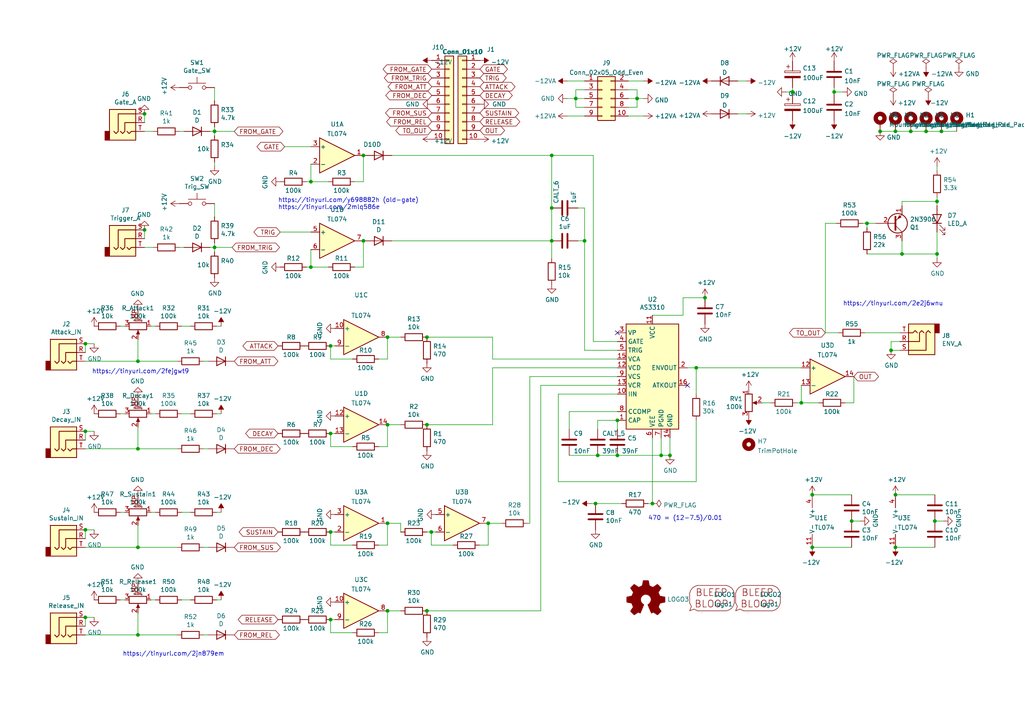
<source format=kicad_sch>
(kicad_sch (version 20211123) (generator eeschema)
  (paper "A4")
  (title_block (title "Envelope Generator AS3310") (date "2023-01-10") (rev "1.1") (company "RobotDialogs"))
  (junction (at 184.785 28.575))
  (junction (at 191.77 132.08))
  (junction (at 24.765 153.67))
  (junction (at 123.825 97.79))
  (junction (at 160.02 45.085))
  (junction (at 271.78 58.42))
  (junction (at 95.885 154.305))
  (junction (at 189.23 146.05))
  (junction (at 62.23 38.1))
  (junction (at 264.16 38.1))
  (junction (at 95.885 100.33))
  (junction (at 112.395 97.79))
  (junction (at 261.62 73.66))
  (junction (at 259.715 158.75))
  (junction (at 95.885 179.705))
  (junction (at 24.765 125.095))
  (junction (at 24.765 179.07))
  (junction (at 112.395 151.765))
  (junction (at 160.02 69.85))
  (junction (at 40.005 158.75))
  (junction (at 123.825 177.165))
  (junction (at 259.715 38.1))
  (junction (at 169.545 69.85))
  (junction (at 160.02 60.325))
  (junction (at 235.585 158.75))
  (junction (at 141.605 151.765))
  (junction (at 41.91 66.675))
  (junction (at 201.93 106.68))
  (junction (at 105.41 69.85))
  (junction (at 247.015 151.13))
  (junction (at 167.005 28.575))
  (junction (at 194.31 132.08))
  (junction (at 271.78 73.66))
  (junction (at 273.05 38.1))
  (junction (at 24.765 99.695))
  (junction (at 90.17 77.47))
  (junction (at 251.46 64.77))
  (junction (at 173.355 132.08))
  (junction (at 241.935 26.67))
  (junction (at 179.07 121.92))
  (junction (at 90.17 52.705))
  (junction (at 62.23 71.755))
  (junction (at 95.885 125.73))
  (junction (at 41.91 33.02))
  (junction (at 271.145 151.13))
  (junction (at 179.07 132.08))
  (junction (at 229.87 26.67))
  (junction (at 268.605 38.1))
  (junction (at 40.005 104.775))
  (junction (at 232.41 116.84))
  (junction (at 259.715 143.51))
  (junction (at 105.41 45.085))
  (junction (at 123.825 123.19))
  (junction (at 112.395 177.165))
  (junction (at 125.095 154.305))
  (junction (at 258.445 101.6))
  (junction (at 112.395 123.19))
  (junction (at 172.72 146.05))
  (junction (at 40.005 130.175))
  (junction (at 204.47 86.36))
  (junction (at 255.27 38.1))
  (junction (at 235.585 143.51))
  (junction (at 40.005 184.15))
  (no_connect (at 179.07 96.52))
  (no_connect (at 199.39 111.76))
  (wire (pts (xy 40.005 152.4) (xy 40.005 158.75)))
  (wire (pts (xy 160.02 45.085) (xy 172.085 45.085)))
  (wire (pts (xy 167.64 69.85) (xy 169.545 69.85)))
  (wire (pts (xy 112.395 129.54) (xy 109.855 129.54)))
  (wire (pts (xy 271.78 58.42) (xy 271.78 59.69)))
  (wire (pts (xy 213.995 23.495) (xy 216.535 23.495)))
  (wire (pts (xy 220.98 116.84) (xy 223.52 116.84)))
  (wire (pts (xy 62.23 71.755) (xy 62.23 73.025)))
  (wire (pts (xy 161.925 139.7) (xy 161.925 114.3)))
  (wire (pts (xy 24.765 184.15) (xy 40.005 184.15)))
  (wire (pts (xy 156.845 111.76) (xy 179.07 111.76)))
  (wire (pts (xy 161.925 114.3) (xy 179.07 114.3)))
  (wire (pts (xy 271.78 58.42) (xy 261.62 58.42)))
  (wire (pts (xy 112.395 151.765) (xy 116.205 151.765)))
  (wire (pts (xy 179.07 106.68) (xy 142.875 106.68)))
  (wire (pts (xy 27.305 125.095) (xy 24.765 125.095)))
  (wire (pts (xy 112.395 151.765) (xy 112.395 158.115)))
  (wire (pts (xy 250.19 64.77) (xy 251.46 64.77)))
  (wire (pts (xy 229.87 26.67) (xy 229.87 27.305)))
  (wire (pts (xy 227.965 26.67) (xy 229.87 26.67)))
  (wire (pts (xy 102.87 77.47) (xy 105.41 77.47)))
  (wire (pts (xy 112.395 123.19) (xy 112.395 129.54)))
  (wire (pts (xy 95.885 154.305) (xy 97.155 154.305)))
  (wire (pts (xy 261.62 73.66) (xy 271.78 73.66)))
  (wire (pts (xy 125.095 154.305) (xy 126.365 154.305)))
  (wire (pts (xy 123.825 123.19) (xy 142.875 123.19)))
  (wire (pts (xy 116.205 151.765) (xy 116.205 154.305)))
  (wire (pts (xy 189.23 127) (xy 189.23 146.05)))
  (wire (pts (xy 259.715 38.1) (xy 264.16 38.1)))
  (wire (pts (xy 191.77 132.08) (xy 194.31 132.08)))
  (wire (pts (xy 95.885 179.705) (xy 97.155 179.705)))
  (wire (pts (xy 52.705 148.59) (xy 55.245 148.59)))
  (wire (pts (xy 59.055 130.175) (xy 60.325 130.175)))
  (wire (pts (xy 105.41 45.085) (xy 106.045 45.085)))
  (wire (pts (xy 156.845 177.165) (xy 156.845 111.76)))
  (wire (pts (xy 27.305 179.07) (xy 24.765 179.07)))
  (wire (pts (xy 251.46 66.04) (xy 251.46 64.77)))
  (wire (pts (xy 204.47 87.63) (xy 204.47 86.36)))
  (wire (pts (xy 232.41 116.84) (xy 231.14 116.84)))
  (wire (pts (xy 24.765 102.235) (xy 24.765 99.695)))
  (wire (pts (xy 90.17 77.47) (xy 88.9 77.47)))
  (wire (pts (xy 167.005 26.035) (xy 167.005 28.575)))
  (wire (pts (xy 82.55 42.545) (xy 90.17 42.545)))
  (wire (pts (xy 169.545 26.035) (xy 167.005 26.035)))
  (wire (pts (xy 259.715 158.75) (xy 271.145 158.75)))
  (wire (pts (xy 141.605 158.115) (xy 139.065 158.115)))
  (wire (pts (xy 184.785 28.575) (xy 184.785 31.115)))
  (wire (pts (xy 40.005 184.15) (xy 51.435 184.15)))
  (wire (pts (xy 198.12 86.36) (xy 198.12 91.44)))
  (wire (pts (xy 105.41 69.85) (xy 106.045 69.85)))
  (wire (pts (xy 102.235 183.515) (xy 95.885 183.515)))
  (wire (pts (xy 258.445 101.6) (xy 258.445 99.06)))
  (wire (pts (xy 43.815 94.615) (xy 45.085 94.615)))
  (wire (pts (xy 113.665 45.085) (xy 160.02 45.085)))
  (wire (pts (xy 112.395 183.515) (xy 109.855 183.515)))
  (wire (pts (xy 24.765 181.61) (xy 24.765 179.07)))
  (wire (pts (xy 241.935 26.67) (xy 244.475 26.67)))
  (wire (pts (xy 95.885 100.33) (xy 97.155 100.33)))
  (wire (pts (xy 24.765 158.75) (xy 40.005 158.75)))
  (wire (pts (xy 179.07 99.06) (xy 172.085 99.06)))
  (wire (pts (xy 271.78 67.31) (xy 271.78 73.66)))
  (wire (pts (xy 24.765 130.175) (xy 40.005 130.175)))
  (wire (pts (xy 62.23 38.1) (xy 62.23 39.37)))
  (wire (pts (xy 172.72 146.05) (xy 180.34 146.05)))
  (wire (pts (xy 52.07 38.1) (xy 53.34 38.1)))
  (wire (pts (xy 113.665 69.85) (xy 160.02 69.85)))
  (wire (pts (xy 172.085 99.06) (xy 172.085 45.085)))
  (wire (pts (xy 112.395 177.165) (xy 112.395 183.515)))
  (wire (pts (xy 167.64 60.325) (xy 169.545 60.325)))
  (wire (pts (xy 90.17 52.705) (xy 88.9 52.705)))
  (wire (pts (xy 271.78 57.15) (xy 271.78 58.42)))
  (wire (pts (xy 165.1 119.38) (xy 179.07 119.38)))
  (wire (pts (xy 102.87 52.705) (xy 105.41 52.705)))
  (wire (pts (xy 40.005 177.8) (xy 40.005 184.15)))
  (wire (pts (xy 95.885 158.115) (xy 95.885 154.305)))
  (wire (pts (xy 164.465 23.495) (xy 169.545 23.495)))
  (wire (pts (xy 52.705 173.99) (xy 55.245 173.99)))
  (wire (pts (xy 59.055 184.15) (xy 60.325 184.15)))
  (wire (pts (xy 90.17 52.705) (xy 95.25 52.705)))
  (wire (pts (xy 112.395 123.19) (xy 116.205 123.19)))
  (wire (pts (xy 52.705 120.015) (xy 55.245 120.015)))
  (wire (pts (xy 43.815 173.99) (xy 45.085 173.99)))
  (wire (pts (xy 179.07 132.08) (xy 191.77 132.08)))
  (wire (pts (xy 247.65 109.22) (xy 247.65 116.84)))
  (wire (pts (xy 59.055 158.75) (xy 60.325 158.75)))
  (wire (pts (xy 64.135 94.615) (xy 62.865 94.615)))
  (wire (pts (xy 167.005 28.575) (xy 169.545 28.575)))
  (wire (pts (xy 40.005 123.825) (xy 40.005 130.175)))
  (wire (pts (xy 153.67 109.22) (xy 153.67 151.765)))
  (wire (pts (xy 34.925 120.015) (xy 36.195 120.015)))
  (wire (pts (xy 52.705 94.615) (xy 55.245 94.615)))
  (wire (pts (xy 64.135 120.015) (xy 62.865 120.015)))
  (wire (pts (xy 112.395 177.165) (xy 116.205 177.165)))
  (wire (pts (xy 95.885 183.515) (xy 95.885 179.705)))
  (wire (pts (xy 271.145 151.13) (xy 273.685 151.13)))
  (wire (pts (xy 142.875 97.79) (xy 142.875 104.14)))
  (wire (pts (xy 43.815 148.59) (xy 45.085 148.59)))
  (wire (pts (xy 255.27 38.1) (xy 259.715 38.1)))
  (wire (pts (xy 173.355 121.92) (xy 179.07 121.92)))
  (wire (pts (xy 182.245 23.495) (xy 186.69 23.495)))
  (wire (pts (xy 41.91 35.56) (xy 41.91 33.02)))
  (wire (pts (xy 64.135 148.59) (xy 62.865 148.59)))
  (wire (pts (xy 40.005 104.775) (xy 51.435 104.775)))
  (wire (pts (xy 173.355 132.08) (xy 179.07 132.08)))
  (wire (pts (xy 182.245 26.035) (xy 184.785 26.035)))
  (wire (pts (xy 167.005 28.575) (xy 167.005 31.115)))
  (wire (pts (xy 62.23 71.755) (xy 67.31 71.755)))
  (wire (pts (xy 141.605 151.765) (xy 141.605 158.115)))
  (wire (pts (xy 173.355 124.46) (xy 173.355 121.92)))
  (wire (pts (xy 59.055 104.775) (xy 60.325 104.775)))
  (wire (pts (xy 241.935 26.67) (xy 241.935 27.305)))
  (wire (pts (xy 184.785 28.575) (xy 186.69 28.575)))
  (wire (pts (xy 112.395 97.79) (xy 116.205 97.79)))
  (wire (pts (xy 62.23 38.1) (xy 67.945 38.1)))
  (wire (pts (xy 199.39 106.68) (xy 201.93 106.68)))
  (wire (pts (xy 41.91 38.1) (xy 44.45 38.1)))
  (wire (pts (xy 102.235 158.115) (xy 95.885 158.115)))
  (wire (pts (xy 43.815 120.015) (xy 45.085 120.015)))
  (wire (pts (xy 112.395 104.14) (xy 109.855 104.14)))
  (wire (pts (xy 40.005 130.175) (xy 51.435 130.175)))
  (wire (pts (xy 95.885 129.54) (xy 95.885 125.73)))
  (wire (pts (xy 34.925 173.99) (xy 36.195 173.99)))
  (wire (pts (xy 184.785 26.035) (xy 184.785 28.575)))
  (wire (pts (xy 239.395 96.52) (xy 243.205 96.52)))
  (wire (pts (xy 40.005 98.425) (xy 40.005 104.775)))
  (wire (pts (xy 261.62 69.85) (xy 261.62 73.66)))
  (wire (pts (xy 81.28 67.31) (xy 90.17 67.31)))
  (wire (pts (xy 213.995 33.02) (xy 216.535 33.02)))
  (wire (pts (xy 184.785 31.115) (xy 182.245 31.115)))
  (wire (pts (xy 105.41 52.705) (xy 105.41 45.085)))
  (wire (pts (xy 24.765 127.635) (xy 24.765 125.095)))
  (wire (pts (xy 90.17 77.47) (xy 95.25 77.47)))
  (wire (pts (xy 169.545 101.6) (xy 179.07 101.6)))
  (wire (pts (xy 271.78 73.66) (xy 271.78 74.93)))
  (wire (pts (xy 123.825 177.165) (xy 156.845 177.165)))
  (wire (pts (xy 60.96 38.1) (xy 62.23 38.1)))
  (wire (pts (xy 264.16 38.1) (xy 268.605 38.1)))
  (wire (pts (xy 169.545 69.85) (xy 169.545 101.6)))
  (wire (pts (xy 142.875 104.14) (xy 179.07 104.14)))
  (wire (pts (xy 201.93 106.68) (xy 201.93 114.3)))
  (wire (pts (xy 271.78 48.26) (xy 271.78 49.53)))
  (wire (pts (xy 201.93 139.7) (xy 161.925 139.7)))
  (wire (pts (xy 62.23 46.99) (xy 62.23 48.26)))
  (wire (pts (xy 241.935 25.4) (xy 241.935 26.67)))
  (wire (pts (xy 261.62 58.42) (xy 261.62 59.69)))
  (wire (pts (xy 102.235 129.54) (xy 95.885 129.54)))
  (wire (pts (xy 167.005 31.115) (xy 169.545 31.115)))
  (wire (pts (xy 90.17 72.39) (xy 90.17 77.47)))
  (wire (pts (xy 62.23 70.485) (xy 62.23 71.755)))
  (wire (pts (xy 251.46 64.77) (xy 254 64.77)))
  (wire (pts (xy 189.23 91.44) (xy 198.12 91.44)))
  (wire (pts (xy 160.02 45.085) (xy 160.02 60.325)))
  (wire (pts (xy 247.015 151.13) (xy 249.555 151.13)))
  (wire (pts (xy 95.885 125.73) (xy 97.155 125.73)))
  (wire (pts (xy 62.23 25.4) (xy 62.23 29.21)))
  (wire (pts (xy 123.825 97.79) (xy 142.875 97.79)))
  (wire (pts (xy 259.715 143.51) (xy 271.145 143.51)))
  (wire (pts (xy 160.02 69.85) (xy 160.02 74.93)))
  (wire (pts (xy 141.605 151.765) (xy 145.415 151.765)))
  (wire (pts (xy 232.41 111.76) (xy 232.41 116.84)))
  (wire (pts (xy 34.925 94.615) (xy 36.195 94.615)))
  (wire (pts (xy 102.235 104.14) (xy 95.885 104.14)))
  (wire (pts (xy 52.07 71.755) (xy 53.34 71.755)))
  (wire (pts (xy 34.925 148.59) (xy 36.195 148.59)))
  (wire (pts (xy 153.035 151.765) (xy 153.67 151.765)))
  (wire (pts (xy 125.095 158.115) (xy 125.095 154.305)))
  (wire (pts (xy 245.11 116.84) (xy 247.65 116.84)))
  (wire (pts (xy 191.77 127) (xy 191.77 132.08)))
  (wire (pts (xy 268.605 38.1) (xy 273.05 38.1)))
  (wire (pts (xy 182.245 33.655) (xy 186.69 33.655)))
  (wire (pts (xy 64.135 173.99) (xy 62.865 173.99)))
  (wire (pts (xy 62.23 36.83) (xy 62.23 38.1)))
  (wire (pts (xy 171.45 146.05) (xy 172.72 146.05)))
  (wire (pts (xy 41.91 69.215) (xy 41.91 66.675)))
  (wire (pts (xy 160.02 60.325) (xy 160.02 69.85)))
  (wire (pts (xy 24.765 104.775) (xy 40.005 104.775)))
  (wire (pts (xy 62.23 59.055) (xy 62.23 62.865)))
  (wire (pts (xy 169.545 60.325) (xy 169.545 69.85)))
  (wire (pts (xy 251.46 73.66) (xy 261.62 73.66)))
  (wire (pts (xy 164.465 28.575) (xy 167.005 28.575)))
  (wire (pts (xy 165.1 132.08) (xy 173.355 132.08)))
  (wire (pts (xy 239.395 64.77) (xy 239.395 96.52)))
  (wire (pts (xy 201.93 121.92) (xy 201.93 139.7)))
  (wire (pts (xy 112.395 158.115) (xy 109.855 158.115)))
  (wire (pts (xy 260.985 101.6) (xy 258.445 101.6)))
  (wire (pts (xy 179.07 121.92) (xy 179.07 124.46)))
  (wire (pts (xy 232.41 116.84) (xy 237.49 116.84)))
  (wire (pts (xy 112.395 97.79) (xy 112.395 104.14)))
  (wire (pts (xy 27.305 153.67) (xy 24.765 153.67)))
  (wire (pts (xy 273.05 38.1) (xy 277.495 38.1)))
  (wire (pts (xy 24.765 156.21) (xy 24.765 153.67)))
  (wire (pts (xy 260.985 96.52) (xy 250.825 96.52)))
  (wire (pts (xy 201.93 106.68) (xy 232.41 106.68)))
  (wire (pts (xy 95.885 104.14) (xy 95.885 100.33)))
  (wire (pts (xy 235.585 158.75) (xy 247.015 158.75)))
  (wire (pts (xy 182.245 28.575) (xy 184.785 28.575)))
  (wire (pts (xy 41.91 71.755) (xy 44.45 71.755)))
  (wire (pts (xy 90.17 47.625) (xy 90.17 52.705)))
  (wire (pts (xy 169.545 33.655) (xy 164.465 33.655)))
  (wire (pts (xy 123.825 154.305) (xy 125.095 154.305)))
  (wire (pts (xy 242.57 64.77) (xy 239.395 64.77)))
  (wire (pts (xy 142.875 106.68) (xy 142.875 123.19)))
  (wire (pts (xy 27.305 99.695) (xy 24.765 99.695)))
  (wire (pts (xy 204.47 86.36) (xy 198.12 86.36)))
  (wire (pts (xy 258.445 99.06) (xy 260.985 99.06)))
  (wire (pts (xy 179.07 109.22) (xy 153.67 109.22)))
  (wire (pts (xy 189.23 146.05) (xy 187.96 146.05)))
  (wire (pts (xy 60.96 71.755) (xy 62.23 71.755)))
  (wire (pts (xy 229.87 25.4) (xy 229.87 26.67)))
  (wire (pts (xy 131.445 158.115) (xy 125.095 158.115)))
  (wire (pts (xy 194.31 127) (xy 194.31 132.08)))
  (wire (pts (xy 165.1 124.46) (xy 165.1 119.38)))
  (wire (pts (xy 40.005 158.75) (xy 51.435 158.75)))
  (wire (pts (xy 235.585 143.51) (xy 247.015 143.51)))
  (wire (pts (xy 105.41 77.47) (xy 105.41 69.85)))
  (text "https://tinyurl.com/y698882h (old-gate)\nhttps://tinyurl.com/2mlq586e" (at 80.645 60.96 0) (effects (font (size 1.27 1.27)) (justify left bottom)))
  (text "470 = (12-7.5)/0.01" (at 187.96 151.13 0) (effects (font (size 1.27 1.27)) (justify left bottom)))
  (text "https://tinyurl.com/2fejgwt9" (at 26.67 108.585 0) (effects (font (size 1.27 1.27)) (justify left bottom)))
  (text "https://tinyurl.com/2jn879em" (at 35.56 190.5 0) (effects (font (size 1.27 1.27)) (justify left bottom)))
  (text "https://tinyurl.com/2e2j6wnu" (at 244.475 88.9 0) (effects (font (size 1.27 1.27)) (justify left bottom)))
  (global_label "SUSTAIN" (shape bidirectional) (at 139.192 32.766 0) (property "Intersheet References" "${INTERSHEET_REFS}" (effects hide)))
  (global_label "TO_OUT" (shape bidirectional) (at 239.395 96.52 180) (property "Intersheet References" "${INTERSHEET_REFS}" (effects hide)))
  (global_label "ATTACK" (shape bidirectional) (at 80.645 100.33 180) (property "Intersheet References" "${INTERSHEET_REFS}" (effects hide)))
  (global_label "SUSTAIN" (shape bidirectional) (at 80.645 154.305 180) (property "Intersheet References" "${INTERSHEET_REFS}" (effects hide)))
  (global_label "TRIG" (shape bidirectional) (at 81.28 67.31 180) (property "Intersheet References" "${INTERSHEET_REFS}" (effects hide)))
  (global_label "OUT" (shape bidirectional) (at 139.192 37.846 0) (property "Intersheet References" "${INTERSHEET_REFS}" (effects hide)))
  (global_label "DECAY" (shape bidirectional) (at 139.192 27.686 0) (property "Intersheet References" "${INTERSHEET_REFS}" (effects hide)))
  (global_label "FROM_TRIG" (shape bidirectional) (at 67.31 71.755 0) (property "Intersheet References" "${INTERSHEET_REFS}" (effects hide)))
  (global_label "GATE" (shape bidirectional) (at 139.192 20.066 0) (property "Intersheet References" "${INTERSHEET_REFS}" (effects hide)))
  (global_label "RELEASE" (shape bidirectional) (at 139.192 35.306 0) (property "Intersheet References" "${INTERSHEET_REFS}" (effects hide)))
  (global_label "RELEASE" (shape bidirectional) (at 80.645 179.705 180) (property "Intersheet References" "${INTERSHEET_REFS}" (effects hide)))
  (global_label "ATTACK" (shape bidirectional) (at 139.192 25.146 0) (property "Intersheet References" "${INTERSHEET_REFS}" (effects hide)))
  (global_label "TRIG" (shape bidirectional) (at 139.192 22.606 0) (property "Intersheet References" "${INTERSHEET_REFS}" (effects hide)))
  (global_label "FROM_GATE" (shape bidirectional) (at 67.945 38.1 0) (property "Intersheet References" "${INTERSHEET_REFS}" (effects hide)))
  (global_label "FROM_DEC" (shape bidirectional) (at 67.945 130.175 0) (property "Intersheet References" "${INTERSHEET_REFS}" (effects hide)))
  (global_label "GATE" (shape bidirectional) (at 82.55 42.545 180) (property "Intersheet References" "${INTERSHEET_REFS}" (effects hide)))
  (global_label "FROM_TRIG" (shape bidirectional) (at 125.222 22.606 180) (property "Intersheet References" "${INTERSHEET_REFS}" (effects hide)))
  (global_label "FROM_DEC" (shape bidirectional) (at 125.222 27.686 180) (property "Intersheet References" "${INTERSHEET_REFS}" (effects hide)))
  (global_label "TO_OUT" (shape bidirectional) (at 125.222 37.846 180) (property "Intersheet References" "${INTERSHEET_REFS}" (effects hide)))
  (global_label "FROM_ATT" (shape bidirectional) (at 125.222 25.146 180) (property "Intersheet References" "${INTERSHEET_REFS}" (effects hide)))
  (global_label "FROM_REL" (shape bidirectional) (at 125.222 35.306 180) (property "Intersheet References" "${INTERSHEET_REFS}" (effects hide)))
  (global_label "FROM_SUS" (shape bidirectional) (at 125.222 32.766 180) (property "Intersheet References" "${INTERSHEET_REFS}" (effects hide)))
  (global_label "FROM_GATE" (shape bidirectional) (at 125.222 20.066 180) (property "Intersheet References" "${INTERSHEET_REFS}" (effects hide)))
  (global_label "FROM_REL" (shape bidirectional) (at 67.945 184.15 0) (property "Intersheet References" "${INTERSHEET_REFS}" (effects hide)))
  (global_label "DECAY" (shape bidirectional) (at 80.645 125.73 180) (property "Intersheet References" "${INTERSHEET_REFS}" (effects hide)))
  (global_label "OUT" (shape bidirectional) (at 247.65 109.22 0) (property "Intersheet References" "${INTERSHEET_REFS}" (effects hide)))
  (global_label "FROM_ATT" (shape bidirectional) (at 67.945 104.775 0) (property "Intersheet References" "${INTERSHEET_REFS}" (effects hide)))
  (global_label "FROM_SUS" (shape bidirectional) (at 67.945 158.75 0) (property "Intersheet References" "${INTERSHEET_REFS}" (effects hide)))
  (symbol (lib_id "Transistor_BJT:2N3906") (at 259.08 64.77 0) (mirror x) (unit 1)
    (property "Reference" "Q1" (at 263.906 65.9384 0) (effects (justify left)))
    (property "Value" "2N3906" (at 263.906 63.627 0) (effects (justify left)))
    (property "Footprint" "Package_TO_SOT_THT:TO-92_Inline_Wide" (effects hide))
    (property "Datasheet" "https://www.onsemi.com/pub/Collateral/2N3906-D.PDF" (effects hide))
  )
  (symbol (lib_id "Device:D") (at 109.855 69.85 180) (unit 1)
    (property "Reference" "D11" (at 109.855 64.3382 0))
    (property "Value" "D" (at 109.855 66.6496 0))
    (property "Footprint" "Diode_THT:D_DO-34_SOD68_P7.62mm_Horizontal" (effects hide))
  )
  (symbol (lib_id "Device:R") (at 120.015 123.19 270) (unit 1)
    (property "Reference" "R2" (at 120.015 117.9322 90))
    (property "Value" "10k" (at 120.015 120.2436 90))
    (property "Footprint" "Resistor_SMD:R_1206_3216Metric_Pad1.30x1.75mm_HandSolder" (effects hide))
  )
  (symbol (lib_id "Device:R") (at 48.895 173.99 90) (unit 1)
    (property "Reference" "R50" (at 48.895 168.7322 90))
    (property "Value" "100k" (at 48.895 171.0436 90))
    (property "Footprint" "Resistor_SMD:R_1206_3216Metric_Pad1.30x1.75mm_HandSolder" (effects hide))
  )
  (symbol (lib_id "Device:D") (at 210.185 23.495 0) (unit 1)
    (property "Reference" "D8" (at 210.185 18.2585 0))
    (property "Value" "D" (at 210.185 21.0336 0))
    (property "Footprint" "Diode_THT:D_DO-41_SOD81_P10.16mm_Horizontal" (effects hide))
  )
  (symbol (lib_id "Device:D") (at 64.135 130.175 180) (unit 1)
    (property "Reference" "D4" (at 64.135 124.6632 0))
    (property "Value" "D" (at 64.135 126.9746 0))
    (property "Footprint" "Diode_THT:D_DO-34_SOD68_P7.62mm_Horizontal" (effects hide))
  )
  (symbol (lib_id "power:+12V") (at 52.07 25.4 90) (unit 1)
    (property "Reference" "#PWR01" (effects hide))
    (property "Value" "+12V" (at 47.6758 25.019 0))
  )
  (symbol (lib_id "Device:C_Polarized") (at 229.87 21.59 0) (unit 1)
    (property "Reference" "C13" (at 232.791 19.7925 0) (effects (justify left)))
    (property "Value" "100uF" (at 232.791 22.5676 0) (effects (justify left)))
    (property "Footprint" "Capacitor_THT:CP_Radial_D5.0mm_P2.50mm" (effects hide))
  )
  (symbol (lib_id "Device:R") (at 149.225 151.765 90) (unit 1)
    (property "Reference" "R28" (at 149.225 146.5072 90))
    (property "Value" "10k" (at 149.225 148.8186 90))
    (property "Footprint" "Resistor_SMD:R_1206_3216Metric_Pad1.30x1.75mm_HandSolder" (effects hide))
  )
  (symbol (lib_id "power:GND") (at 160.02 82.55 0) (unit 1)
    (property "Reference" "#PWR029" (effects hide))
    (property "Value" "GND" (at 160.147 86.9442 0))
  )
  (symbol (lib_id "Amplifier_Operational:TL074") (at 104.775 177.165 0) (unit 3)
    (property "Reference" "U3" (at 104.775 168.1185 0))
    (property "Value" "TL074" (at 104.775 170.8936 0))
    (property "Footprint" "Package_DIP:DIP-14_W7.62mm_Socket_LongPads" (effects hide))
    (property "Datasheet" "http://www.ti.com/lit/ds/symlink/tl071.pdf" (effects hide))
  )
  (symbol (lib_id "power:+12V") (at 259.715 143.51 0) (unit 1)
    (property "Reference" "#PWR048" (effects hide))
    (property "Value" "+12V" (at 260.096 139.1158 0))
  )
  (symbol (lib_id "Device:R") (at 251.46 69.85 0) (unit 1)
    (property "Reference" "R56" (at 253.238 68.6816 0) (effects (justify left)))
    (property "Value" "22k" (at 253.238 70.993 0) (effects (justify left)))
    (property "Footprint" "Resistor_SMD:R_1206_3216Metric_Pad1.30x1.75mm_HandSolder" (effects hide))
  )
  (symbol (lib_id "power:+12VA") (at 164.465 33.655 90) (unit 1)
    (property "Reference" "#PWR010" (effects hide))
    (property "Value" "+12VA" (at 154.94 33.655 90) (effects (justify right)))
  )
  (symbol (lib_id "power:+12V") (at 27.305 148.59 0) (unit 1)
    (property "Reference" "#PWR049" (effects hide))
    (property "Value" "+12V" (at 27.686 144.1958 0))
  )
  (symbol (lib_id "power:GND") (at 97.155 149.225 270) (unit 1)
    (property "Reference" "#PWR053" (effects hide))
    (property "Value" "GND" (at 92.7608 149.352 0))
  )
  (symbol (lib_id "power:GND") (at 40.005 168.91 180) (unit 1)
    (property "Reference" "#PWR0113" (effects hide))
    (property "Value" "GND" (at 39.878 164.5158 0))
  )
  (symbol (lib_id "Device:R") (at 247.015 96.52 270) (unit 1)
    (property "Reference" "R55" (at 247.015 93.98 90))
    (property "Value" "1k" (at 247.015 99.06 90))
    (property "Footprint" "Resistor_SMD:R_1206_3216Metric_Pad1.30x1.75mm_HandSolder" (effects hide))
  )
  (symbol (lib_id "power:-12VA") (at 268.605 19.685 180) (unit 1)
    (property "Reference" "#PWR08" (effects hide))
    (property "Value" "-12VA" (at 270.002 21.434 0) (effects (justify right)))
  )
  (symbol (lib_id "power:+12V") (at 229.87 17.78 0) (unit 1)
    (property "Reference" "#PWR014" (effects hide))
    (property "Value" "+12V" (at 229.87 14.1755 0))
  )
  (symbol (lib_id "power:+12V") (at 139.192 40.386 270) (unit 1)
    (property "Reference" "#PWR0107" (effects hide))
    (property "Value" "+12V" (at 142.367 40.865 90) (effects (justify left)))
  )
  (symbol (lib_id "Amplifier_Operational:TL074") (at 240.03 109.22 0) (unit 4)
    (property "Reference" "U3" (at 240.03 100.1735 0))
    (property "Value" "TL074" (at 240.03 102.9486 0))
    (property "Footprint" "Package_DIP:DIP-14_W7.62mm_Socket_LongPads" (effects hide))
    (property "Datasheet" "http://www.ti.com/lit/ds/symlink/tl071.pdf" (effects hide))
  )
  (symbol (lib_id "power:+12V") (at 217.17 113.03 0) (unit 1)
    (property "Reference" "#PWR038" (effects hide))
    (property "Value" "+12V" (at 217.551 108.6358 0))
  )
  (symbol (lib_id "Device:C") (at 179.07 128.27 0) (unit 1)
    (property "Reference" "C5" (at 181.991 127.1016 0) (effects (justify left)))
    (property "Value" "39nF" (at 180.34 130.81 0) (effects (justify left)))
    (property "Footprint" "Capacitor_SMD:C_1206_3216Metric_Pad1.33x1.80mm_HandSolder" (effects hide))
  )
  (symbol (lib_id "Connector_Generic:Conn_02x05_Odd_Even") (at 174.625 28.575 0) (unit 1)
    (property "Reference" "J9" (at 175.895 18.2585 0))
    (property "Value" "Conn_02x05_Odd_Even" (at 175.895 21.0336 0))
    (property "Footprint" "Connector_IDC:IDC-Header_2x05_P2.54mm_Vertical" (effects hide))
  )
  (symbol (lib_id "Device:C") (at 241.935 21.59 0) (unit 1)
    (property "Reference" "C1" (at 244.856 20.6815 0) (effects (justify left)))
    (property "Value" "10nF" (at 244.856 23.4566 0) (effects (justify left)))
    (property "Footprint" "Capacitor_SMD:C_1206_3216Metric_Pad1.33x1.80mm_HandSolder" (effects hide))
  )
  (symbol (lib_id "power:GND") (at 249.555 151.13 90) (unit 1)
    (property "Reference" "#PWR055" (effects hide))
    (property "Value" "GND" (at 253.9492 151.003 0))
  )
  (symbol (lib_id "Device:R") (at 227.33 116.84 270) (unit 1)
    (property "Reference" "R21" (at 227.33 114.3 90))
    (property "Value" "100k" (at 227.33 119.38 90))
    (property "Footprint" "Resistor_SMD:R_1206_3216Metric_Pad1.30x1.75mm_HandSolder" (effects hide))
  )
  (symbol (lib_id "My Stuff:Logo_Open_Hardware_Small") (at 187.325 173.99 0) (unit 1)
    (property "Reference" "LOGO3" (at 193.5226 173.834 0) (effects (justify left)))
    (property "Value" "Logo_Open_Hardware_Small" (effects hide))
    (property "Footprint" "Symbol:OSHW-Symbol_6.7x6mm_SilkScreen" (effects hide))
  )
  (symbol (lib_id "Audio:AS3310") (at 189.23 109.22 0) (unit 1)
    (property "Reference" "U2" (at 189.23 86.8426 0))
    (property "Value" "AS3310" (at 189.23 89.154 0))
    (property "Footprint" "Package_DIP:DIP-16_W7.62mm_Socket_LongPads" (effects hide))
    (property "Datasheet" "http://www.alfarzpp.lv/eng/sc/AS3310.pdf" (effects hide))
  )
  (symbol (lib_id "power:-12V") (at 229.87 34.925 180) (unit 1)
    (property "Reference" "#PWR024" (effects hide))
    (property "Value" "-12V" (at 229.87 39.4875 0))
  )
  (symbol (lib_id "Device:R") (at 84.455 179.705 270) (unit 1)
    (property "Reference" "R24" (at 84.455 177.165 90))
    (property "Value" "100k" (at 84.455 182.245 90))
    (property "Footprint" "Resistor_SMD:R_1206_3216Metric_Pad1.30x1.75mm_HandSolder" (effects hide))
  )
  (symbol (lib_id "power:+12V") (at 216.535 33.02 270) (unit 1)
    (property "Reference" "#PWR023" (effects hide))
    (property "Value" "+12V" (at 219.71 33.499 90) (effects (justify left)))
  )
  (symbol (lib_id "power:GND") (at 27.305 179.07 0) (unit 1)
    (property "Reference" "#PWR062" (effects hide))
    (property "Value" "GND" (at 27.432 183.4642 0))
  )
  (symbol (lib_id "Switch:SW_Push") (at 57.15 59.055 0) (unit 1)
    (property "Reference" "SW2" (at 57.15 51.816 0))
    (property "Value" "Trig_SW" (at 57.15 54.1274 0))
    (property "Footprint" "My Stuff:SW_PS1024ALRED" (effects hide))
  )
  (symbol (lib_id "Amplifier_Operational:TL074") (at 97.79 45.085 0) (unit 1)
    (property "Reference" "U1" (at 97.79 36.0385 0))
    (property "Value" "TL074" (at 97.79 38.8136 0))
    (property "Footprint" "Package_DIP:DIP-14_W7.62mm_Socket_LongPads" (effects hide))
    (property "Datasheet" "http://www.ti.com/lit/ds/symlink/tl071.pdf" (effects hide))
  )
  (symbol (lib_id "Device:C") (at 163.83 60.325 90) (unit 1)
    (property "Reference" "CALT_6" (at 161.29 59.055 0) (effects (justify left)))
    (property "Value" "1uF" (at 166.37 59.055 0) (effects (justify left)))
    (property "Footprint" "Capacitor_THT:C_Disc_D5.1mm_W3.2mm_P5.00mm" (effects hide))
  )
  (symbol (lib_id "power:-12VA") (at 164.465 23.495 90) (unit 1)
    (property "Reference" "#PWR02" (effects hide))
    (property "Value" "-12VA" (at 154.94 23.495 90) (effects (justify right)))
  )
  (symbol (lib_id "power:GND") (at 27.305 153.67 0) (unit 1)
    (property "Reference" "#PWR052" (effects hide))
    (property "Value" "GND" (at 27.432 158.0642 0))
  )
  (symbol (lib_id "Connector:AudioJack3") (at 19.685 102.235 0) (unit 1)
    (property "Reference" "J2" (at 19.2278 93.98 0))
    (property "Value" "Attack_IN" (at 19.2278 96.2914 0))
    (property "Footprint" "My Stuff:Jack_3.5mm_MJ-355W_Vertical" (effects hide))
  )
  (symbol (lib_id "power:-12V") (at 269.24 27.94 180) (unit 1)
    (property "Reference" "#PWR013" (effects hide))
    (property "Value" "-12V" (at 272.415 29.845 0))
  )
  (symbol (lib_id "Device:R") (at 62.23 76.835 0) (unit 1)
    (property "Reference" "R40" (at 64.008 75.6666 0) (effects (justify left)))
    (property "Value" "10k" (at 57.15 76.835 0) (effects (justify left)))
    (property "Footprint" "Resistor_SMD:R_1206_3216Metric_Pad1.30x1.75mm_HandSolder" (effects hide))
  )
  (symbol (lib_id "power:GND") (at 41.91 33.02 180) (unit 1)
    (property "Reference" "#PWR06" (effects hide))
    (property "Value" "GND" (at 41.783 28.6258 0))
  )
  (symbol (lib_id "Connector:AudioJack3") (at 19.685 181.61 0) (unit 1)
    (property "Reference" "J5" (at 19.2278 173.355 0))
    (property "Value" "Release_IN" (at 19.2278 175.6664 0))
    (property "Footprint" "My Stuff:Jack_3.5mm_MJ-355W_Vertical" (effects hide))
  )
  (symbol (lib_id "Device:R") (at 241.3 116.84 270) (unit 1)
    (property "Reference" "R22" (at 241.3 114.3 90))
    (property "Value" "100k" (at 241.3 119.38 90))
    (property "Footprint" "Resistor_SMD:R_1206_3216Metric_Pad1.30x1.75mm_HandSolder" (effects hide))
  )
  (symbol (lib_id "Device:C_Polarized") (at 229.87 31.115 0) (unit 1)
    (property "Reference" "C12" (at 232.791 29.3175 0) (effects (justify left)))
    (property "Value" "100uF" (at 232.791 32.0926 0) (effects (justify left)))
    (property "Footprint" "Capacitor_THT:CP_Radial_D5.0mm_P2.50mm" (effects hide))
  )
  (symbol (lib_id "Device:R") (at 99.06 77.47 270) (unit 1)
    (property "Reference" "R11" (at 99.06 74.93 90))
    (property "Value" "100k" (at 99.06 80.01 90))
    (property "Footprint" "Resistor_SMD:R_1206_3216Metric_Pad1.30x1.75mm_HandSolder" (effects hide))
  )
  (symbol (lib_id "Device:R_Potentiometer_MountingPin") (at 40.005 94.615 270) (unit 1)
    (property "Reference" "R_Attack1" (at 40.005 89.3572 90))
    (property "Value" "100k" (at 40.005 91.6686 90))
    (property "Footprint" "My Stuff:Potentiometer_Alpha_RD901F-40-00D_Single_Vertical_w_3d" (effects hide))
  )
  (symbol (lib_id "power:PWR_FLAG") (at 259.08 27.94 0) (unit 1)
    (property "Reference" "#FLG04" (effects hide))
    (property "Value" "PWR_FLAG" (at 259.08 24.3355 0))
  )
  (symbol (lib_id "Device:C") (at 241.935 31.115 0) (unit 1)
    (property "Reference" "C2" (at 244.856 30.2065 0) (effects (justify left)))
    (property "Value" "10nF" (at 244.856 32.9816 0) (effects (justify left)))
    (property "Footprint" "Capacitor_SMD:C_1206_3216Metric_Pad1.33x1.80mm_HandSolder" (effects hide))
  )
  (symbol (lib_id "Device:R") (at 59.055 120.015 90) (unit 1)
    (property "Reference" "R37" (at 59.055 114.7572 90))
    (property "Value" "10k" (at 59.055 117.0686 90))
    (property "Footprint" "Resistor_SMD:R_1206_3216Metric_Pad1.30x1.75mm_HandSolder" (effects hide))
  )
  (symbol (lib_id "Amplifier_Operational:TL074") (at 238.125 151.13 0) (unit 5)
    (property "Reference" "U1" (at 236.22 150.2215 0) (effects (justify left)))
    (property "Value" "TL074" (at 236.22 152.9966 0) (effects (justify left)))
    (property "Footprint" "Package_DIP:DIP-14_W7.62mm_Socket_LongPads" (effects hide))
    (property "Datasheet" "http://www.ti.com/lit/ds/symlink/tl071.pdf" (effects hide))
  )
  (symbol (lib_id "power:-12V") (at 64.135 173.99 0) (unit 1)
    (property "Reference" "#PWR061" (effects hide))
    (property "Value" "-12V" (at 64.516 169.5958 0))
  )
  (symbol (lib_id "Connector_Generic:Conn_01x10") (at 130.302 27.686 0) (unit 1)
    (property "Reference" "J10" (at 125.222 13.716 0) (effects (justify left)))
    (property "Value" "Conn_01x10" (at 128.397 14.986 0) (effects (justify left)))
    (property "Footprint" "Connector_PinHeader_2.54mm:PinHeader_1x10_P2.54mm_Vertical" (effects hide))
  )
  (symbol (lib_id "Device:R") (at 55.245 184.15 90) (unit 1)
    (property "Reference" "R52" (at 55.245 178.8922 90))
    (property "Value" "1k" (at 55.245 181.2036 90))
    (property "Footprint" "Resistor_SMD:R_1206_3216Metric_Pad1.30x1.75mm_HandSolder" (effects hide))
  )
  (symbol (lib_id "Device:C") (at 173.355 128.27 0) (unit 1)
    (property "Reference" "CALT_5" (at 174.625 125.73 0) (effects (justify left)))
    (property "Value" "39nF" (at 174.625 130.81 0) (effects (justify left)))
    (property "Footprint" "Capacitor_THT:C_Disc_D5.1mm_W3.2mm_P5.00mm" (effects hide))
  )
  (symbol (lib_id "power:+12V") (at 52.07 59.055 90) (unit 1)
    (property "Reference" "#PWR021" (effects hide))
    (property "Value" "+12V" (at 47.6758 58.674 0))
  )
  (symbol (lib_id "power:PWR_FLAG") (at 189.23 146.05 270) (unit 1)
    (property "Reference" "#FLG06" (effects hide))
    (property "Value" "PWR_FLAG" (at 192.405 146.529 90) (effects (justify left)))
  )
  (symbol (lib_id "Mechanical:MountingHole_Pad") (at 268.605 35.56 0) (unit 1)
    (property "Reference" "H5" (at 271.145 33.3815 0) (effects (justify left)))
    (property "Value" "MountingHole_Pad" (at 271.145 36.1566 0) (effects (justify left)))
    (property "Footprint" "MountingHole:MountingHole_3.2mm_M3_ISO7380_Pad_TopBottom" (effects hide))
  )
  (symbol (lib_id "Device:R") (at 59.055 173.99 90) (unit 1)
    (property "Reference" "R48" (at 59.055 168.7322 90))
    (property "Value" "10k" (at 59.055 171.0436 90))
    (property "Footprint" "Resistor_SMD:R_1206_3216Metric_Pad1.30x1.75mm_HandSolder" (effects hide))
  )
  (symbol (lib_id "Connector:AudioJack3") (at 266.065 99.06 180) (unit 1)
    (property "Reference" "J8" (at 273.177 97.3582 0) (effects (justify right)))
    (property "Value" "ENV_A" (at 273.177 99.6696 0) (effects (justify right)))
    (property "Footprint" "My Stuff:Jack_3.5mm_MJ-355W_Vertical" (effects hide))
  )
  (symbol (lib_id "Device:R") (at 55.245 104.775 90) (unit 1)
    (property "Reference" "R45" (at 55.245 99.5172 90))
    (property "Value" "1k" (at 55.245 101.8286 90))
    (property "Footprint" "Resistor_SMD:R_1206_3216Metric_Pad1.30x1.75mm_HandSolder" (effects hide))
  )
  (symbol (lib_id "Device:C") (at 204.47 90.17 180) (unit 1)
    (property "Reference" "C7" (at 207.391 89.0016 0) (effects (justify right)))
    (property "Value" "10nF" (at 207.391 91.313 0) (effects (justify right)))
    (property "Footprint" "Capacitor_SMD:C_1206_3216Metric_Pad1.33x1.80mm_HandSolder" (effects hide))
  )
  (symbol (lib_id "Amplifier_Operational:TL074") (at 104.775 151.765 0) (unit 1)
    (property "Reference" "U3" (at 104.775 142.7185 0))
    (property "Value" "TL074" (at 104.775 145.4936 0))
    (property "Footprint" "Package_DIP:DIP-14_W7.62mm_Socket_LongPads" (effects hide))
    (property "Datasheet" "http://www.ti.com/lit/ds/symlink/tl071.pdf" (effects hide))
  )
  (symbol (lib_id "Device:R") (at 48.895 94.615 90) (unit 1)
    (property "Reference" "R32" (at 48.895 89.3572 90))
    (property "Value" "100k" (at 48.895 91.6686 90))
    (property "Footprint" "Resistor_SMD:R_1206_3216Metric_Pad1.30x1.75mm_HandSolder" (effects hide))
  )
  (symbol (lib_id "power:GND") (at 27.305 125.095 0) (unit 1)
    (property "Reference" "#PWR042" (effects hide))
    (property "Value" "GND" (at 27.432 129.4892 0))
  )
  (symbol (lib_id "Device:R") (at 123.825 101.6 0) (unit 1)
    (property "Reference" "R14" (at 125.603 100.4316 0) (effects (justify left)))
    (property "Value" "470" (at 125.603 102.743 0) (effects (justify left)))
    (property "Footprint" "Resistor_SMD:R_1206_3216Metric_Pad1.30x1.75mm_HandSolder" (effects hide))
  )
  (symbol (lib_id "Device:R") (at 62.23 33.02 0) (unit 1)
    (property "Reference" "R33" (at 64.008 31.8516 0) (effects (justify left)))
    (property "Value" "4.7k" (at 64.008 34.163 0) (effects (justify left)))
    (property "Footprint" "Resistor_SMD:R_1206_3216Metric_Pad1.30x1.75mm_HandSolder" (effects hide))
  )
  (symbol (lib_id "Device:R") (at 48.895 148.59 90) (unit 1)
    (property "Reference" "R44" (at 48.895 143.3322 90))
    (property "Value" "100k" (at 48.895 145.6436 90))
    (property "Footprint" "Resistor_SMD:R_1206_3216Metric_Pad1.30x1.75mm_HandSolder" (effects hide))
  )
  (symbol (lib_id "Device:R") (at 92.075 100.33 270) (unit 1)
    (property "Reference" "R9" (at 92.075 97.79 90))
    (property "Value" "100k" (at 92.075 102.87 90))
    (property "Footprint" "Resistor_SMD:R_1206_3216Metric_Pad1.30x1.75mm_HandSolder" (effects hide))
  )
  (symbol (lib_id "Device:C") (at 271.145 147.32 180) (unit 1)
    (property "Reference" "C11" (at 274.066 146.1516 0) (effects (justify right)))
    (property "Value" "10nF" (at 274.066 148.463 0) (effects (justify right)))
    (property "Footprint" "Capacitor_SMD:C_1206_3216Metric_Pad1.33x1.80mm_HandSolder" (effects hide))
  )
  (symbol (lib_id "power:GND") (at 172.72 153.67 0) (unit 1)
    (property "Reference" "#PWR057" (effects hide))
    (property "Value" "GND" (at 172.847 158.0642 0))
  )
  (symbol (lib_id "power:GND") (at 62.23 48.26 0) (unit 1)
    (property "Reference" "#PWR016" (effects hide))
    (property "Value" "GND" (at 62.357 52.6542 0))
  )
  (symbol (lib_id "Device:R") (at 31.115 173.99 90) (unit 1)
    (property "Reference" "R51" (at 31.115 168.7322 90))
    (property "Value" "10k" (at 31.115 171.0436 90))
    (property "Footprint" "Resistor_SMD:R_1206_3216Metric_Pad1.30x1.75mm_HandSolder" (effects hide))
  )
  (symbol (lib_id "power:+12V") (at 259.08 27.94 180) (unit 1)
    (property "Reference" "#PWR012" (effects hide))
    (property "Value" "+12V" (at 260.35 29.845 0) (effects (justify right)))
  )
  (symbol (lib_id "Device:R") (at 106.045 183.515 270) (unit 1)
    (property "Reference" "R26" (at 106.045 180.975 90))
    (property "Value" "100k" (at 106.045 186.055 90))
    (property "Footprint" "Resistor_SMD:R_1206_3216Metric_Pad1.30x1.75mm_HandSolder" (effects hide))
  )
  (symbol (lib_id "Amplifier_Operational:TL074") (at 133.985 151.765 0) (unit 2)
    (property "Reference" "U3" (at 133.985 142.7185 0))
    (property "Value" "TL074" (at 133.985 145.4936 0))
    (property "Footprint" "Package_DIP:DIP-14_W7.62mm_Socket_LongPads" (effects hide))
    (property "Datasheet" "http://www.ti.com/lit/ds/symlink/tl071.pdf" (effects hide))
  )
  (symbol (lib_id "Mechanical:MountingHole_Pad") (at 264.16 35.56 0) (unit 1)
    (property "Reference" "H2" (at 266.7 33.3815 0) (effects (justify left)))
    (property "Value" "MountingHole_Pad" (at 266.7 36.1566 0) (effects (justify left)))
    (property "Footprint" "MountingHole:MountingHole_3.2mm_M3_ISO7380_Pad_TopBottom" (effects hide))
  )
  (symbol (lib_id "Device:R") (at 120.015 154.305 270) (unit 1)
    (property "Reference" "R23" (at 120.015 151.765 90))
    (property "Value" "100k" (at 120.015 156.845 90))
    (property "Footprint" "Resistor_SMD:R_1206_3216Metric_Pad1.30x1.75mm_HandSolder" (effects hide))
  )
  (symbol (lib_id "Device:R") (at 85.09 77.47 270) (unit 1)
    (property "Reference" "R12" (at 85.09 74.93 90))
    (property "Value" "100k" (at 85.09 80.01 90))
    (property "Footprint" "Resistor_SMD:R_1206_3216Metric_Pad1.30x1.75mm_HandSolder" (effects hide))
  )
  (symbol (lib_id "Device:R_Potentiometer_MountingPin") (at 40.005 148.59 270) (unit 1)
    (property "Reference" "R_Sustain1" (at 40.005 143.3322 90))
    (property "Value" "100k" (at 40.005 145.6436 90))
    (property "Footprint" "My Stuff:Potentiometer_Alpha_RD901F-40-00D_Single_Vertical_w_3d" (effects hide))
  )
  (symbol (lib_id "Mechanical:MountingHole_Pad") (at 277.495 35.56 0) (unit 1)
    (property "Reference" "H1" (at 280.035 33.3815 0) (effects (justify left)))
    (property "Value" "MountingHole_Pad" (at 280.035 36.1566 0) (effects (justify left)))
    (property "Footprint" "MountingHole:MountingHole_3.2mm_M3_ISO7380_Pad_TopBottom" (effects hide))
  )
  (symbol (lib_id "Device:R") (at 106.045 158.115 270) (unit 1)
    (property "Reference" "R19" (at 106.045 155.575 90))
    (property "Value" "100k" (at 106.045 160.655 90))
    (property "Footprint" "Resistor_SMD:R_1206_3216Metric_Pad1.30x1.75mm_HandSolder" (effects hide))
  )
  (symbol (lib_id "power:+12V") (at 27.305 94.615 0) (unit 1)
    (property "Reference" "#PWR032" (effects hide))
    (property "Value" "+12V" (at 27.686 90.2208 0))
  )
  (symbol (lib_id "power:+12VA") (at 259.08 19.685 180) (unit 1)
    (property "Reference" "#PWR07" (effects hide))
    (property "Value" "+12VA" (at 260.477 21.434 0) (effects (justify right)))
  )
  (symbol (lib_id "Mechanical:MountingHole_Pad") (at 273.05 35.56 0) (unit 1)
    (property "Reference" "H3" (at 275.59 33.3815 0) (effects (justify left)))
    (property "Value" "MountingHole_Pad" (at 275.59 36.1566 0) (effects (justify left)))
    (property "Footprint" "MountingHole:MountingHole_3.2mm_M3_ISO7380_Pad_TopBottom" (effects hide))
  )
  (symbol (lib_id "power:-12V") (at 217.17 120.65 180) (unit 1)
    (property "Reference" "#PWR044" (effects hide))
    (property "Value" "-12V" (at 216.789 125.0442 0))
  )
  (symbol (lib_id "power:PWR_FLAG") (at 278.13 19.685 0) (unit 1)
    (property "Reference" "#FLG03" (effects hide))
    (property "Value" "PWR_FLAG" (at 278.13 16.0805 0))
  )
  (symbol (lib_id "Device:D") (at 57.15 71.755 180) (unit 1)
    (property "Reference" "D2" (at 57.15 66.2432 0))
    (property "Value" "D" (at 57.15 68.5546 0))
    (property "Footprint" "Diode_THT:D_DO-34_SOD68_P7.62mm_Horizontal" (effects hide))
  )
  (symbol (lib_id "Connector:AudioJack3") (at 19.685 156.21 0) (unit 1)
    (property "Reference" "J4" (at 19.2278 147.955 0))
    (property "Value" "Sustain_IN" (at 19.2278 150.2664 0))
    (property "Footprint" "My Stuff:Jack_3.5mm_MJ-355W_Vertical" (effects hide))
  )
  (symbol (lib_id "Device:R") (at 62.23 66.675 0) (unit 1)
    (property "Reference" "R39" (at 64.008 65.5066 0) (effects (justify left)))
    (property "Value" "4.7k" (at 64.008 67.818 0) (effects (justify left)))
    (property "Footprint" "Resistor_SMD:R_1206_3216Metric_Pad1.30x1.75mm_HandSolder" (effects hide))
  )
  (symbol (lib_id "power:-12VA") (at 206.375 23.495 90) (unit 1)
    (property "Reference" "#PWR017" (effects hide))
    (property "Value" "-12VA" (at 203.2 23.974 90) (effects (justify left)))
  )
  (symbol (lib_id "Amplifier_Operational:TL074") (at 262.255 151.13 0) (unit 5)
    (property "Reference" "U3" (at 260.35 150.2215 0) (effects (justify left)))
    (property "Value" "TL074" (at 260.35 152.9966 0) (effects (justify left)))
    (property "Footprint" "Package_DIP:DIP-14_W7.62mm_Socket_LongPads" (effects hide))
    (property "Datasheet" "http://www.ti.com/lit/ds/symlink/tl071.pdf" (effects hide))
  )
  (symbol (lib_id "Device:C") (at 247.015 147.32 180) (unit 1)
    (property "Reference" "C4" (at 249.936 146.1516 0) (effects (justify right)))
    (property "Value" "10nF" (at 249.936 148.463 0) (effects (justify right)))
    (property "Footprint" "Capacitor_SMD:C_1206_3216Metric_Pad1.33x1.80mm_HandSolder" (effects hide))
  )
  (symbol (lib_id "power:GND") (at 27.305 99.695 0) (unit 1)
    (property "Reference" "#PWR035" (effects hide))
    (property "Value" "GND" (at 27.432 104.0892 0))
  )
  (symbol (lib_id "Device:D") (at 64.135 158.75 180) (unit 1)
    (property "Reference" "D5" (at 64.135 153.2382 0))
    (property "Value" "D" (at 64.135 155.5496 0))
    (property "Footprint" "Diode_THT:D_DO-34_SOD68_P7.62mm_Horizontal" (effects hide))
  )
  (symbol (lib_id "Device:R") (at 123.825 127 0) (unit 1)
    (property "Reference" "R1" (at 125.603 125.8316 0) (effects (justify left)))
    (property "Value" "470" (at 125.603 128.143 0) (effects (justify left)))
    (property "Footprint" "Resistor_SMD:R_1206_3216Metric_Pad1.30x1.75mm_HandSolder" (effects hide))
  )
  (symbol (lib_id "Device:R") (at 246.38 64.77 270) (unit 1)
    (property "Reference" "R53" (at 246.38 59.5122 90))
    (property "Value" "100k" (at 246.38 61.8236 90))
    (property "Footprint" "Resistor_SMD:R_1206_3216Metric_Pad1.30x1.75mm_HandSolder" (effects hide))
  )
  (symbol (lib_id "Mechanical:MountingHole") (at 217.17 128.905 0) (unit 1)
    (property "Reference" "H7" (at 219.71 127.9965 0) (effects (justify left)))
    (property "Value" "TrimPotHole" (at 219.71 130.7716 0) (effects (justify left)))
    (property "Footprint" "MountingHole:MountingHole_4.3mm_M4_ISO14580" (effects hide))
  )
  (symbol (lib_id "Device:R_Potentiometer_MountingPin") (at 40.005 173.99 270) (unit 1)
    (property "Reference" "R_Release1" (at 40.005 168.7322 90))
    (property "Value" "100k" (at 40.005 171.0436 90))
    (property "Footprint" "My Stuff:Potentiometer_Alpha_RD901F-40-00D_Single_Vertical_w_3d" (effects hide))
  )
  (symbol (lib_id "Device:D") (at 57.15 38.1 180) (unit 1)
    (property "Reference" "D1" (at 57.15 32.5882 0))
    (property "Value" "D" (at 57.15 34.8996 0))
    (property "Footprint" "Diode_THT:D_DO-34_SOD68_P7.62mm_Horizontal" (effects hide))
  )
  (symbol (lib_id "Device:D") (at 64.135 104.775 180) (unit 1)
    (property "Reference" "D3" (at 64.135 99.2632 0))
    (property "Value" "D" (at 64.135 101.5746 0))
    (property "Footprint" "Diode_THT:D_DO-34_SOD68_P7.62mm_Horizontal" (effects hide))
  )
  (symbol (lib_id "power:GND") (at 273.685 151.13 90) (unit 1)
    (property "Reference" "#PWR056" (effects hide))
    (property "Value" "GND" (at 278.0792 151.003 0))
  )
  (symbol (lib_id "power:PWR_FLAG") (at 259.08 19.685 0) (unit 1)
    (property "Reference" "#FLG01" (effects hide))
    (property "Value" "PWR_FLAG" (at 259.08 16.0805 0))
  )
  (symbol (lib_id "power:GND") (at 244.475 26.67 90) (unit 1)
    (property "Reference" "#PWR020" (effects hide))
    (property "Value" "GND" (at 247.65 27.149 90) (effects (justify right)))
  )
  (symbol (lib_id "power:PWR_FLAG") (at 268.605 19.685 0) (unit 1)
    (property "Reference" "#FLG02" (effects hide))
    (property "Value" "PWR_FLAG" (at 268.605 16.0805 0))
  )
  (symbol (lib_id "Device:R") (at 99.06 52.705 270) (unit 1)
    (property "Reference" "R3" (at 99.06 50.165 90))
    (property "Value" "100k" (at 99.06 55.245 90))
    (property "Footprint" "Resistor_SMD:R_1206_3216Metric_Pad1.30x1.75mm_HandSolder" (effects hide))
  )
  (symbol (lib_id "power:GND") (at 40.005 89.535 180) (unit 1)
    (property "Reference" "#PWR0111" (effects hide))
    (property "Value" "GND" (at 39.878 85.1408 0))
  )
  (symbol (lib_id "Device:R") (at 271.78 53.34 0) (unit 1)
    (property "Reference" "R54" (at 273.558 52.1716 0) (effects (justify left)))
    (property "Value" "3.3k" (at 273.558 54.483 0) (effects (justify left)))
    (property "Footprint" "Resistor_SMD:R_1206_3216Metric_Pad1.30x1.75mm_HandSolder" (effects hide))
  )
  (symbol (lib_id "Device:R") (at 92.075 154.305 270) (unit 1)
    (property "Reference" "R20" (at 92.075 151.765 90))
    (property "Value" "100k" (at 92.075 156.845 90))
    (property "Footprint" "Resistor_SMD:R_1206_3216Metric_Pad1.30x1.75mm_HandSolder" (effects hide))
  )
  (symbol (lib_id "power:+12V") (at 125.222 40.386 90) (unit 1)
    (property "Reference" "#PWR0101" (effects hide))
    (property "Value" "+12V" (at 125.857 40.865 90) (effects (justify right)))
  )
  (symbol (lib_id "Device:LED") (at 271.78 63.5 90) (unit 1)
    (property "Reference" "D7" (at 274.7772 62.5094 90) (effects (justify right)))
    (property "Value" "LED_A" (at 274.7772 64.8208 90) (effects (justify right)))
    (property "Footprint" "My Stuff:LED_D3.0mm" (effects hide))
  )
  (symbol (lib_id "power:GND") (at 81.28 52.705 270) (unit 1)
    (property "Reference" "#PWR0102" (effects hide))
    (property "Value" "GND" (at 76.8858 52.832 0))
  )
  (symbol (lib_id "power:GND") (at 258.445 101.6 0) (unit 1)
    (property "Reference" "#PWR039" (effects hide))
    (property "Value" "GND" (at 258.572 105.9942 0))
  )
  (symbol (lib_id "Connector_Generic:Conn_01x10") (at 134.112 27.686 0) (mirror y) (unit 1)
    (property "Reference" "J1" (at 142.367 14.351 0))
    (property "Value" "Conn_01x10" (at 134.112 15.0646 0))
    (property "Footprint" "Connector_PinSocket_2.54mm:PinSocket_1x10_P2.54mm_Vertical" (effects hide))
  )
  (symbol (lib_id "power:-12V") (at 259.715 158.75 180) (unit 1)
    (property "Reference" "#PWR059" (effects hide))
    (property "Value" "-12V" (at 259.334 163.1442 0))
  )
  (symbol (lib_id "Device:R") (at 59.055 148.59 90) (unit 1)
    (property "Reference" "R43" (at 59.055 143.3322 90))
    (property "Value" "10k" (at 59.055 145.6436 90))
    (property "Footprint" "Resistor_SMD:R_1206_3216Metric_Pad1.30x1.75mm_HandSolder" (effects hide))
  )
  (symbol (lib_id "power:+12V") (at 235.585 143.51 0) (unit 1)
    (property "Reference" "#PWR047" (effects hide))
    (property "Value" "+12V" (at 235.966 139.1158 0))
  )
  (symbol (lib_id "Device:C") (at 247.015 154.94 180) (unit 1)
    (property "Reference" "C3" (at 249.936 153.7716 0) (effects (justify right)))
    (property "Value" "10nF" (at 249.936 156.083 0) (effects (justify right)))
    (property "Footprint" "Capacitor_SMD:C_1206_3216Metric_Pad1.33x1.80mm_HandSolder" (effects hide))
  )
  (symbol (lib_id "Device:R") (at 84.455 125.73 270) (unit 1)
    (property "Reference" "R6" (at 84.455 123.19 90))
    (property "Value" "100k" (at 84.455 128.27 90))
    (property "Footprint" "Resistor_SMD:R_1206_3216Metric_Pad1.30x1.75mm_HandSolder" (effects hide))
  )
  (symbol (lib_id "Amplifier_Operational:TL074") (at 104.775 97.79 0) (unit 3)
    (property "Reference" "U1" (at 104.775 85.5685 0))
    (property "Value" "TL074" (at 104.775 91.5186 0))
    (property "Footprint" "Package_DIP:DIP-14_W7.62mm_Socket_LongPads" (effects hide))
    (property "Datasheet" "http://www.ti.com/lit/ds/symlink/tl071.pdf" (effects hide))
  )
  (symbol (lib_id "power:+12V") (at 27.305 173.99 0) (unit 1)
    (property "Reference" "#PWR060" (effects hide))
    (property "Value" "+12V" (at 27.686 169.5958 0))
  )
  (symbol (lib_id "Device:R") (at 31.115 120.015 90) (unit 1)
    (property "Reference" "R38" (at 31.115 114.7572 90))
    (property "Value" "10k" (at 31.115 117.0686 90))
    (property "Footprint" "Resistor_SMD:R_1206_3216Metric_Pad1.30x1.75mm_HandSolder" (effects hide))
  )
  (symbol (lib_id "Device:R") (at 84.455 154.305 270) (unit 1)
    (property "Reference" "R18" (at 84.455 151.765 90))
    (property "Value" "100k" (at 84.455 156.845 90))
    (property "Footprint" "Resistor_SMD:R_1206_3216Metric_Pad1.30x1.75mm_HandSolder" (effects hide))
  )
  (symbol (lib_id "Device:D") (at 64.135 184.15 180) (unit 1)
    (property "Reference" "D6" (at 64.135 178.6382 0))
    (property "Value" "D" (at 64.135 180.9496 0))
    (property "Footprint" "Diode_THT:D_DO-34_SOD68_P7.62mm_Horizontal" (effects hide))
  )
  (symbol (lib_id "Device:C") (at 165.1 128.27 0) (unit 1)
    (property "Reference" "C9" (at 166.37 125.73 0) (effects (justify left)))
    (property "Value" "10nF" (at 166.37 130.81 0) (effects (justify left)))
    (property "Footprint" "Capacitor_SMD:C_1206_3216Metric_Pad1.33x1.80mm_HandSolder" (effects hide))
  )
  (symbol (lib_id "power:GND") (at 123.825 130.81 0) (unit 1)
    (property "Reference" "#PWR045" (effects hide))
    (property "Value" "GND" (at 123.952 135.2042 0))
  )
  (symbol (lib_id "power:+12V") (at 271.78 48.26 0) (unit 1)
    (property "Reference" "#PWR026" (effects hide))
    (property "Value" "+12V" (at 272.161 43.8658 0))
  )
  (symbol (lib_id "power:-12V") (at 64.135 148.59 0) (unit 1)
    (property "Reference" "#PWR050" (effects hide))
    (property "Value" "-12V" (at 64.516 144.1958 0))
  )
  (symbol (lib_id "power:GND") (at 186.69 28.575 90) (unit 1)
    (property "Reference" "#PWR05" (effects hide))
    (property "Value" "GND" (at 189.865 29.054 90) (effects (justify right)))
  )
  (symbol (lib_id "power:GND") (at 194.31 132.08 0) (unit 1)
    (property "Reference" "#PWR046" (effects hide))
    (property "Value" "GND" (at 194.437 136.4742 0))
  )
  (symbol (lib_id "power:GND") (at 123.825 105.41 0) (unit 1)
    (property "Reference" "#PWR037" (effects hide))
    (property "Value" "GND" (at 123.952 109.8042 0))
  )
  (symbol (lib_id "Device:C") (at 271.145 154.94 180) (unit 1)
    (property "Reference" "C10" (at 274.066 153.7716 0) (effects (justify right)))
    (property "Value" "10nF" (at 274.066 156.083 0) (effects (justify right)))
    (property "Footprint" "Capacitor_SMD:C_1206_3216Metric_Pad1.33x1.80mm_HandSolder" (effects hide))
  )
  (symbol (lib_id "Device:R") (at 59.055 94.615 90) (unit 1)
    (property "Reference" "R31" (at 59.055 89.3572 90))
    (property "Value" "10k" (at 59.055 91.6686 90))
    (property "Footprint" "Resistor_SMD:R_1206_3216Metric_Pad1.30x1.75mm_HandSolder" (effects hide))
  )
  (symbol (lib_id "power:-12V") (at 64.135 120.015 0) (unit 1)
    (property "Reference" "#PWR041" (effects hide))
    (property "Value" "-12V" (at 64.516 115.6208 0))
  )
  (symbol (lib_id "Device:R") (at 106.045 104.14 270) (unit 1)
    (property "Reference" "R10" (at 106.045 101.6 90))
    (property "Value" "100k" (at 106.045 106.68 90))
    (property "Footprint" "Resistor_SMD:R_1206_3216Metric_Pad1.30x1.75mm_HandSolder" (effects hide))
  )
  (symbol (lib_id "Device:R") (at 31.115 148.59 90) (unit 1)
    (property "Reference" "R47" (at 31.115 143.3322 90))
    (property "Value" "10k" (at 31.115 145.6436 90))
    (property "Footprint" "Resistor_SMD:R_1206_3216Metric_Pad1.30x1.75mm_HandSolder" (effects hide))
  )
  (symbol (lib_id "Device:R") (at 123.825 180.975 0) (unit 1)
    (property "Reference" "R29" (at 125.603 179.8066 0) (effects (justify left)))
    (property "Value" "470" (at 125.603 182.118 0) (effects (justify left)))
    (property "Footprint" "Resistor_SMD:R_1206_3216Metric_Pad1.30x1.75mm_HandSolder" (effects hide))
  )
  (symbol (lib_id "Connector:AudioJack3") (at 19.685 127.635 0) (unit 1)
    (property "Reference" "J3" (at 19.2278 119.38 0))
    (property "Value" "Decay_IN" (at 19.2278 121.6914 0))
    (property "Footprint" "My Stuff:Jack_3.5mm_MJ-355W_Vertical" (effects hide))
  )
  (symbol (lib_id "Connector:AudioJack3") (at 36.83 69.215 0) (unit 1)
    (property "Reference" "J7" (at 36.3728 60.96 0))
    (property "Value" "Trigger_A" (at 36.3728 63.2714 0))
    (property "Footprint" "My Stuff:Jack_3.5mm_MJ-355W_Vertical" (effects hide))
  )
  (symbol (lib_id "Device:R_Potentiometer_MountingPin") (at 40.005 120.015 270) (unit 1)
    (property "Reference" "R_Decay1" (at 40.005 114.7572 90))
    (property "Value" "100k" (at 40.005 117.0686 90))
    (property "Footprint" "My Stuff:Potentiometer_Alpha_RD901F-40-00D_Single_Vertical_w_3d" (effects hide))
  )
  (symbol (lib_id "Device:R") (at 31.115 94.615 90) (unit 1)
    (property "Reference" "R36" (at 31.115 89.3572 90))
    (property "Value" "10k" (at 31.115 91.6686 90))
    (property "Footprint" "Resistor_SMD:R_1206_3216Metric_Pad1.30x1.75mm_HandSolder" (effects hide))
  )
  (symbol (lib_id "power:+12VA") (at 206.375 33.02 90) (unit 1)
    (property "Reference" "#PWR022" (effects hide))
    (property "Value" "+12VA" (at 203.2 33.499 90) (effects (justify left)))
  )
  (symbol (lib_id "Switch:SW_Push") (at 57.15 25.4 0) (unit 1)
    (property "Reference" "SW1" (at 57.15 18.161 0))
    (property "Value" "Gate_SW" (at 57.15 20.4724 0))
    (property "Footprint" "My Stuff:SW_PS1024ALRED" (effects hide))
  )
  (symbol (lib_id "Device:R") (at 48.895 120.015 90) (unit 1)
    (property "Reference" "R35" (at 48.895 114.7572 90))
    (property "Value" "100k" (at 48.895 117.0686 90))
    (property "Footprint" "Resistor_SMD:R_1206_3216Metric_Pad1.30x1.75mm_HandSolder" (effects hide))
  )
  (symbol (lib_id "power:-12V") (at 139.192 17.526 270) (unit 1)
    (property "Reference" "#PWR0108" (effects hide))
    (property "Value" "-12V" (at 142.367 18.005 90) (effects (justify left)))
  )
  (symbol (lib_id "Device:C") (at 172.72 149.86 180) (unit 1)
    (property "Reference" "C8" (at 175.641 148.6916 0) (effects (justify right)))
    (property "Value" "10nF" (at 175.641 151.003 0) (effects (justify right)))
    (property "Footprint" "Capacitor_SMD:C_1206_3216Metric_Pad1.33x1.80mm_HandSolder" (effects hide))
  )
  (symbol (lib_id "Device:R") (at 84.455 100.33 270) (unit 1)
    (property "Reference" "R8" (at 84.455 97.79 90))
    (property "Value" "100k" (at 84.455 102.87 90))
    (property "Footprint" "Resistor_SMD:R_1206_3216Metric_Pad1.30x1.75mm_HandSolder" (effects hide))
  )
  (symbol (lib_id "power:GND") (at 139.192 30.226 90) (unit 1)
    (property "Reference" "#PWR0103" (effects hide))
    (property "Value" "GND" (at 146.812 30.226 90) (effects (justify left)))
  )
  (symbol (lib_id "Device:R") (at 85.09 52.705 270) (unit 1)
    (property "Reference" "R4" (at 85.09 50.165 90))
    (property "Value" "100k" (at 85.09 55.245 90))
    (property "Footprint" "Resistor_SMD:R_1206_3216Metric_Pad1.30x1.75mm_HandSolder" (effects hide))
  )
  (symbol (lib_id "power:GND") (at 123.825 184.785 0) (unit 1)
    (property "Reference" "#PWR064" (effects hide))
    (property "Value" "GND" (at 123.952 189.1792 0))
  )
  (symbol (lib_id "Device:R") (at 160.02 78.74 0) (unit 1)
    (property "Reference" "R15" (at 161.798 77.5716 0) (effects (justify left)))
    (property "Value" "10k" (at 161.798 79.883 0) (effects (justify left)))
    (property "Footprint" "Resistor_SMD:R_1206_3216Metric_Pad1.30x1.75mm_HandSolder" (effects hide))
  )
  (symbol (lib_id "power:+12V") (at 241.935 17.78 0) (unit 1)
    (property "Reference" "#PWR015" (effects hide))
    (property "Value" "+12V" (at 241.935 14.1755 0))
  )
  (symbol (lib_id "power:-12V") (at 216.535 23.495 270) (unit 1)
    (property "Reference" "#PWR018" (effects hide))
    (property "Value" "-12V" (at 219.71 23.974 90) (effects (justify left)))
  )
  (symbol (lib_id "power:GND") (at 81.28 77.47 270) (unit 1)
    (property "Reference" "#PWR0106" (effects hide))
    (property "Value" "GND" (at 76.8858 77.597 0))
  )
  (symbol (lib_id "My Stuff:logo1") (at 219.71 173.355 0) (unit 1)
    (property "Reference" "LOGO2" (at 220.345 172.4465 0) (effects (justify left)))
    (property "Value" "logo1" (at 220.345 175.2216 0) (effects (justify left)))
    (property "Footprint" "My Stuff:Logo2" (effects hide))
  )
  (symbol (lib_id "Device:R") (at 92.075 125.73 270) (unit 1)
    (property "Reference" "R7" (at 92.075 123.19 90))
    (property "Value" "100k" (at 92.075 128.27 90))
    (property "Footprint" "Resistor_SMD:R_1206_3216Metric_Pad1.30x1.75mm_HandSolder" (effects hide))
  )
  (symbol (lib_id "power:GND") (at 97.155 174.625 270) (unit 1)
    (property "Reference" "#PWR063" (effects hide))
    (property "Value" "GND" (at 92.7608 174.752 0))
  )
  (symbol (lib_id "power:GND") (at 41.91 66.675 180) (unit 1)
    (property "Reference" "#PWR027" (effects hide))
    (property "Value" "GND" (at 41.783 62.2808 0))
  )
  (symbol (lib_id "power:GND") (at 97.155 95.25 270) (unit 1)
    (property "Reference" "#PWR036" (effects hide))
    (property "Value" "GND" (at 92.7608 95.377 0))
  )
  (symbol (lib_id "Device:R") (at 201.93 118.11 0) (unit 1)
    (property "Reference" "R16" (at 203.708 116.9416 0) (effects (justify left)))
    (property "Value" "30k" (at 203.708 119.253 0) (effects (justify left)))
    (property "Footprint" "Resistor_SMD:R_1206_3216Metric_Pad1.30x1.75mm_HandSolder" (effects hide))
  )
  (symbol (lib_id "Device:R") (at 184.15 146.05 270) (unit 1)
    (property "Reference" "R17" (at 184.15 143.51 90))
    (property "Value" "470" (at 184.15 148.59 90))
    (property "Footprint" "Resistor_SMD:R_1206_3216Metric_Pad1.30x1.75mm_HandSolder" (effects hide))
  )
  (symbol (lib_id "power:GND") (at 227.965 26.67 270) (unit 1)
    (property "Reference" "#PWR019" (effects hide))
    (property "Value" "GND" (at 228.6 27.149 90) (effects (justify left)))
  )
  (symbol (lib_id "Device:R") (at 120.015 97.79 270) (unit 1)
    (property "Reference" "R13" (at 120.015 92.5322 90))
    (property "Value" "10k" (at 120.015 94.8436 90))
    (property "Footprint" "Resistor_SMD:R_1206_3216Metric_Pad1.30x1.75mm_HandSolder" (effects hide))
  )
  (symbol (lib_id "Device:R") (at 62.23 43.18 0) (unit 1)
    (property "Reference" "R34" (at 64.008 42.0116 0) (effects (justify left)))
    (property "Value" "10k" (at 57.15 43.18 0) (effects (justify left)))
    (property "Footprint" "Resistor_SMD:R_1206_3216Metric_Pad1.30x1.75mm_HandSolder" (effects hide))
  )
  (symbol (lib_id "Connector:AudioJack3") (at 36.83 35.56 0) (unit 1)
    (property "Reference" "J6" (at 36.3728 27.305 0))
    (property "Value" "Gate_A" (at 36.3728 29.6164 0))
    (property "Footprint" "My Stuff:Jack_3.5mm_MJ-355W_Vertical" (effects hide))
  )
  (symbol (lib_id "power:GND") (at 40.005 114.935 180) (unit 1)
    (property "Reference" "#PWR0110" (effects hide))
    (property "Value" "GND" (at 39.878 110.5408 0))
  )
  (symbol (lib_id "power:GND") (at 204.47 93.98 0) (unit 1)
    (property "Reference" "#PWR034" (effects hide))
    (property "Value" "GND" (at 204.597 98.3742 0))
  )
  (symbol (lib_id "Device:R_Potentiometer") (at 217.17 116.84 0) (unit 1)
    (property "Reference" "RV1" (at 215.4174 115.6716 0) (effects (justify right)))
    (property "Value" "100k" (at 215.4174 117.983 0) (effects (justify right)))
    (property "Footprint" "Potentiometer_THT:Potentiometer_Bourns_3296W_Vertical" (effects hide))
  )
  (symbol (lib_id "Device:C") (at 163.83 69.85 90) (unit 1)
    (property "Reference" "C6" (at 163.83 63.4492 90))
    (property "Value" "1uF" (at 163.83 65.7606 90))
    (property "Footprint" "Capacitor_SMD:C_1206_3216Metric_Pad1.33x1.80mm_HandSolder" (effects hide))
  )
  (symbol (lib_id "power:-12VA") (at 186.69 23.495 270) (unit 1)
    (property "Reference" "#PWR03" (effects hide))
    (property "Value" "-12VA" (at 189.865 23.974 90) (effects (justify left)))
  )
  (symbol (lib_id "power:GND") (at 40.005 143.51 180) (unit 1)
    (property "Reference" "#PWR0112" (effects hide))
    (property "Value" "GND" (at 39.878 139.1158 0))
  )
  (symbol (lib_id "power:GND") (at 126.365 149.225 270) (unit 1)
    (property "Reference" "#PWR054" (effects hide))
    (property "Value" "GND" (at 121.9708 149.352 0))
  )
  (symbol (lib_id "power:GND") (at 62.23 80.645 0) (unit 1)
    (property "Reference" "#PWR028" (effects hide))
    (property "Value" "GND" (at 62.357 85.0392 0))
  )
  (symbol (lib_id "Amplifier_Operational:TL074") (at 104.775 123.19 0) (unit 4)
    (property "Reference" "U1" (at 104.775 114.1435 0))
    (property "Value" "TL074" (at 104.775 116.9186 0))
    (property "Footprint" "Package_DIP:DIP-14_W7.62mm_Socket_LongPads" (effects hide))
    (property "Datasheet" "http://www.ti.com/lit/ds/symlink/tl071.pdf" (effects hide))
  )
  (symbol (lib_id "Device:R") (at 120.015 177.165 270) (unit 1)
    (property "Reference" "R30" (at 120.015 171.9072 90))
    (property "Value" "10k" (at 120.015 174.2186 90))
    (property "Footprint" "Resistor_SMD:R_1206_3216Metric_Pad1.30x1.75mm_HandSolder" (effects hide))
  )
  (symbol (lib_id "Device:R") (at 106.045 129.54 270) (unit 1)
    (property "Reference" "R5" (at 106.045 127 90))
    (property "Value" "100k" (at 106.045 132.08 90))
    (property "Footprint" "Resistor_SMD:R_1206_3216Metric_Pad1.30x1.75mm_HandSolder" (effects hide))
  )
  (symbol (lib_id "Device:R") (at 48.26 38.1 90) (unit 1)
    (property "Reference" "R41" (at 48.26 32.8422 90))
    (property "Value" "1k" (at 48.26 35.1536 90))
    (property "Footprint" "Resistor_SMD:R_1206_3216Metric_Pad1.30x1.75mm_HandSolder" (effects hide))
  )
  (symbol (lib_id "power:+12V") (at 27.305 120.015 0) (unit 1)
    (property "Reference" "#PWR040" (effects hide))
    (property "Value" "+12V" (at 27.686 115.6208 0))
  )
  (symbol (lib_id "Device:R") (at 55.245 130.175 90) (unit 1)
    (property "Reference" "R46" (at 55.245 124.9172 90))
    (property "Value" "1k" (at 55.245 127.2286 90))
    (property "Footprint" "Resistor_SMD:R_1206_3216Metric_Pad1.30x1.75mm_HandSolder" (effects hide))
  )
  (symbol (lib_id "power:+12VA") (at 186.69 33.655 270) (unit 1)
    (property "Reference" "#PWR011" (effects hide))
    (property "Value" "+12VA" (at 189.865 33.655 90) (effects (justify left)))
  )
  (symbol (lib_id "power:-12V") (at 235.585 158.75 180) (unit 1)
    (property "Reference" "#PWR058" (effects hide))
    (property "Value" "-12V" (at 235.204 163.1442 0))
  )
  (symbol (lib_id "power:GND") (at 255.27 38.1 0) (unit 1)
    (property "Reference" "#PWR0109" (effects hide))
    (property "Value" "GND" (at 257.175 39.849 0) (effects (justify left)))
  )
  (symbol (lib_id "power:+12V") (at 204.47 86.36 0) (unit 1)
    (property "Reference" "#PWR030" (effects hide))
    (property "Value" "+12V" (at 204.851 81.9658 0))
  )
  (symbol (lib_id "Device:R") (at 135.255 158.115 270) (unit 1)
    (property "Reference" "R27" (at 135.255 155.575 90))
    (property "Value" "100k" (at 135.255 160.655 90))
    (property "Footprint" "Resistor_SMD:R_1206_3216Metric_Pad1.30x1.75mm_HandSolder" (effects hide))
  )
  (symbol (lib_id "Device:D") (at 109.855 45.085 180) (unit 1)
    (property "Reference" "D10" (at 107.315 41.91 0))
    (property "Value" "D" (at 109.855 41.8846 0))
    (property "Footprint" "Diode_THT:D_DO-34_SOD68_P7.62mm_Horizontal" (effects hide))
  )
  (symbol (lib_id "power:-12V") (at 171.45 146.05 90) (unit 1)
    (property "Reference" "#PWR051" (effects hide))
    (property "Value" "-12V" (at 168.1988 145.669 90) (effects (justify left)))
  )
  (symbol (lib_id "power:GND") (at 278.13 19.685 0) (unit 1)
    (property "Reference" "#PWR09" (effects hide))
    (property "Value" "GND" (at 280.035 21.434 0) (effects (justify left)))
  )
  (symbol (lib_id "power:PWR_FLAG") (at 269.24 27.94 0) (unit 1)
    (property "Reference" "#FLG05" (effects hide))
    (property "Value" "PWR_FLAG" (at 269.24 24.3355 0))
  )
  (symbol (lib_id "Amplifier_Operational:TL074") (at 97.79 69.85 0) (unit 2)
    (property "Reference" "U1" (at 97.79 60.8035 0))
    (property "Value" "TL074" (at 97.79 63.5786 0))
    (property "Footprint" "Package_DIP:DIP-14_W7.62mm_Socket_LongPads" (effects hide))
    (property "Datasheet" "http://www.ti.com/lit/ds/symlink/tl071.pdf" (effects hide))
  )
  (symbol (lib_id "Mechanical:MountingHole_Pad") (at 255.27 35.56 0) (unit 1)
    (property "Reference" "H6" (at 257.81 33.3815 0) (effects (justify left)))
    (property "Value" "MountingHole_Pad" (at 257.81 36.1566 0) (effects (justify left)))
    (property "Footprint" "MountingHole:MountingHole_3.2mm_M3_ISO7380_Pad_TopBottom" (effects hide))
  )
  (symbol (lib_id "Device:D") (at 210.185 33.02 180) (unit 1)
    (property "Reference" "D9" (at 210.185 27.7835 0))
    (property "Value" "D" (at 210.185 30.5586 0))
    (property "Footprint" "Diode_THT:D_DO-41_SOD81_P10.16mm_Horizontal" (effects hide))
  )
  (symbol (lib_id "Device:R") (at 92.075 179.705 270) (unit 1)
    (property "Reference" "R25" (at 92.075 177.165 90))
    (property "Value" "100k" (at 92.075 182.245 90))
    (property "Footprint" "Resistor_SMD:R_1206_3216Metric_Pad1.30x1.75mm_HandSolder" (effects hide))
  )
  (symbol (lib_id "power:GND") (at 97.155 120.65 270) (unit 1)
    (property "Reference" "#PWR043" (effects hide))
    (property "Value" "GND" (at 92.7608 120.777 0))
  )
  (symbol (lib_id "Device:R") (at 55.245 158.75 90) (unit 1)
    (property "Reference" "R49" (at 55.245 153.4922 90))
    (property "Value" "1k" (at 55.245 155.8036 90))
    (property "Footprint" "Resistor_SMD:R_1206_3216Metric_Pad1.30x1.75mm_HandSolder" (effects hide))
  )
  (symbol (lib_id "Mechanical:MountingHole_Pad") (at 259.715 35.56 0) (unit 1)
    (property "Reference" "H4" (at 262.255 33.3815 0) (effects (justify left)))
    (property "Value" "MountingHole_Pad" (at 262.255 36.1566 0) (effects (justify left)))
    (property "Footprint" "MountingHole:MountingHole_3.2mm_M3_ISO7380_Pad_TopBottom" (effects hide))
  )
  (symbol (lib_id "power:GND") (at 125.222 30.226 270) (unit 1)
    (property "Reference" "#PWR0105" (effects hide))
    (property "Value" "GND" (at 117.602 30.226 90) (effects (justify left)))
  )
  (symbol (lib_id "power:GND") (at 271.78 74.93 0) (unit 1)
    (property "Reference" "#PWR031" (effects hide))
    (property "Value" "GND" (at 271.907 79.3242 0))
  )
  (symbol (lib_id "Device:R") (at 48.26 71.755 90) (unit 1)
    (property "Reference" "R42" (at 48.26 66.4972 90))
    (property "Value" "1k" (at 48.26 68.8086 90))
    (property "Footprint" "Resistor_SMD:R_1206_3216Metric_Pad1.30x1.75mm_HandSolder" (effects hide))
  )
  (symbol (lib_id "My Stuff:logo1") (at 206.375 173.355 0) (unit 1)
    (property "Reference" "LOGO1" (at 207.01 172.4465 0) (effects (justify left)))
    (property "Value" "logo1" (at 207.01 175.2216 0) (effects (justify left)))
    (property "Footprint" "My Stuff:Logo1" (effects hide))
  )
  (symbol (lib_id "power:-12V") (at 64.135 94.615 0) (unit 1)
    (property "Reference" "#PWR033" (effects hide))
    (property "Value" "-12V" (at 64.516 90.2208 0))
  )
  (symbol (lib_id "power:-12V") (at 241.935 34.925 180) (unit 1)
    (property "Reference" "#PWR025" (effects hide))
    (property "Value" "-12V" (at 241.935 39.4875 0))
  )
  (symbol (lib_id "power:GND") (at 164.465 28.575 270) (unit 1)
    (property "Reference" "#PWR04" (effects hide))
    (property "Value" "GND" (at 156.845 28.575 90) (effects (justify left)))
  )
  (symbol (lib_id "power:-12V") (at 125.222 17.526 90) (unit 1)
    (property "Reference" "#PWR0104" (effects hide))
    (property "Value" "-12V" (at 125.857 18.005 90) (effects (justify right)))
  )
)
</source>
